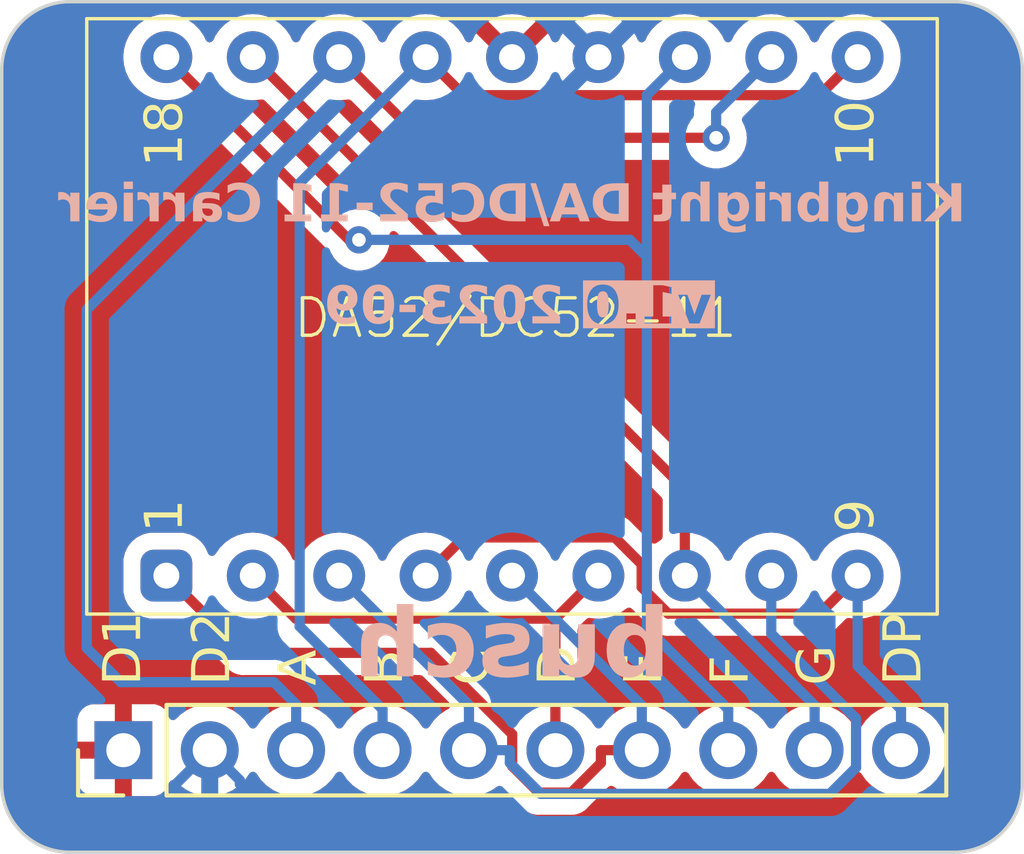
<source format=kicad_pcb>
(kicad_pcb (version 20221018) (generator pcbnew)
  (title_block (title "Kingbright DA/DC52-11 Carrier") (date "2023-09") (rev "v1.0"))
  (layers (0 "F.Cu" signal) (31 "B.Cu" signal) (34 "B.Paste" user) (35 "F.Paste" user) (36 "B.SilkS" user "B.Silkscreen") (37 "F.SilkS" user "F.Silkscreen") (38 "B.Mask" user) (39 "F.Mask" user) (44 "Edge.Cuts" user))
  (net 0 "")
  (net 1 "/DIG_1")
  (net 2 "/DIG_2")
  (net 3 "/A")
  (net 4 "/B")
  (net 5 "/C")
  (net 6 "/D")
  (net 7 "/E")
  (net 8 "/F")
  (net 9 "/G")
  (net 10 "/DP")
  (footprint "Connector_PinHeader_2.54mm:PinHeader_1x10_P2.54mm_Vertical" (layer "F.Cu") (at 102.575 92 90)
    (fp_text reference "J1" hide)
    (fp_text value "Conn_01x10_Pin" hide)
    (fp_line (start -1.33 -1.33) (end 0 -1.33) (stroke (width 0.12)) (layer "F.SilkS"))
    (fp_line (start -1.33 0) (end -1.33 -1.33) (stroke (width 0.12)) (layer "F.SilkS"))
    (fp_line (start -1.33 1.27) (end -1.33 24.19) (stroke (width 0.12)) (layer "F.SilkS"))
    (fp_line (start -1.33 1.27) (end 1.33 1.27) (stroke (width 0.12)) (layer "F.SilkS"))
    (fp_line (start -1.33 24.19) (end 1.33 24.19) (stroke (width 0.12)) (layer "F.SilkS"))
    (fp_line (start 1.33 1.27) (end 1.33 24.19) (stroke (width 0.12)) (layer "F.SilkS"))
    (pad "1" thru_hole rect (at 0 0 90) (size 1.7 1.7) (drill 1) (layers "*.Cu" "*.Mask") (net 1 "/DIG_1"))
    (pad "2" thru_hole oval (at 0 2.54 90) (size 1.7 1.7) (drill 1) (layers "*.Cu" "*.Mask") (net 2 "/DIG_2"))
    (pad "3" thru_hole oval (at 0 5.08 90) (size 1.7 1.7) (drill 1) (layers "*.Cu" "*.Mask") (net 3 "/A"))
    (pad "4" thru_hole oval (at 0 7.62 90) (size 1.7 1.7) (drill 1) (layers "*.Cu" "*.Mask") (net 4 "/B"))
    (pad "5" thru_hole oval (at 0 10.16 90) (size 1.7 1.7) (drill 1) (layers "*.Cu" "*.Mask") (net 5 "/C"))
    (pad "6" thru_hole oval (at 0 12.7 90) (size 1.7 1.7) (drill 1) (layers "*.Cu" "*.Mask") (net 6 "/D"))
    (pad "7" thru_hole oval (at 0 15.24 90) (size 1.7 1.7) (drill 1) (layers "*.Cu" "*.Mask") (net 7 "/E"))
    (pad "8" thru_hole oval (at 0 17.78 90) (size 1.7 1.7) (drill 1) (layers "*.Cu" "*.Mask") (net 8 "/F"))
    (pad "9" thru_hole oval (at 0 20.32 90) (size 1.7 1.7) (drill 1) (layers "*.Cu" "*.Mask") (net 9 "/G"))
    (pad "10" thru_hole oval (at 0 22.86 90) (size 1.7 1.7) (drill 1) (layers "*.Cu" "*.Mask") (net 10 "/DP"))
  )
  (footprint "HB-Custom-Parts:DC52-11GWA" (layer "F.Cu") (at 101.5 88)
    (fp_text reference "DA52/DC52-11" (at 12.6 -8.7 unlocked) (layer "F.SilkS") (effects (font (size 1.1 1.1) (thickness 0.1))))
    (fp_text value "DC52-11GWA" hide)
    (fp_text user "9" (at 22.66 -2.4 90 unlocked) (layer "F.SilkS") (effects (font (size 1.1 1.1) (thickness 0.1)) (justify left)))
    (fp_text user "18" (at 2.34 -15.1 90 unlocked) (layer "F.SilkS") (effects (font (size 1.1 1.1) (thickness 0.1)) (justify right)))
    (fp_text user "1" (at 2.34 -2.4 90 unlocked) (layer "F.SilkS") (effects (font (size 1.1 1.1) (thickness 0.1)) (justify left)))
    (fp_text user "10" (at 22.66 -15.1 90 unlocked) (layer "F.SilkS") (effects (font (size 1.1 1.1) (thickness 0.1)) (justify right)))
    (fp_line (start 0 -17.5) (end 25 -17.5) (stroke (width 0.1)) (layer "F.SilkS"))
    (fp_line (start 0 0) (end 0 -17.5) (stroke (width 0.1)) (layer "F.SilkS"))
    (fp_line (start 0 0) (end 25 0) (stroke (width 0.1)) (layer "F.SilkS"))
    (fp_line (start 25 -17.5) (end 25 0) (stroke (width 0.1)) (layer "F.SilkS"))
    (pad "1" thru_hole roundrect (at 2.34 -1.13) (size 1.524 1.524) (drill 0.762) (layers "*.Cu" "*.Mask") (net 7 "/E"))
    (pad "2" thru_hole circle (at 4.88 -1.13) (size 1.524 1.524) (drill 0.762) (layers "*.Cu" "*.Mask") (net 6 "/D"))
    (pad "3" thru_hole circle (at 7.42 -1.13) (size 1.524 1.524) (drill 0.762) (layers "*.Cu" "*.Mask") (net 5 "/C"))
    (pad "4" thru_hole circle (at 9.96 -1.13) (size 1.524 1.524) (drill 0.762) (layers "*.Cu" "*.Mask") (net 10 "/DP"))
    (pad "5" thru_hole circle (at 12.5 -1.13) (size 1.524 1.524) (drill 0.762) (layers "*.Cu" "*.Mask") (net 7 "/E"))
    (pad "6" thru_hole circle (at 15.04 -1.13) (size 1.524 1.524) (drill 0.762) (layers "*.Cu" "*.Mask") (net 6 "/D"))
    (pad "7" thru_hole circle (at 17.58 -1.13) (size 1.524 1.524) (drill 0.762) (layers "*.Cu" "*.Mask") (net 9 "/G"))
    (pad "8" thru_hole circle (at 20.12 -1.13) (size 1.524 1.524) (drill 0.762) (layers "*.Cu" "*.Mask") (net 5 "/C"))
    (pad "9" thru_hole circle (at 22.66 -1.13) (size 1.524 1.524) (drill 0.762) (layers "*.Cu" "*.Mask") (net 10 "/DP"))
    (pad "10" thru_hole circle (at 22.66 -16.37) (size 1.524 1.524) (drill 0.762) (layers "*.Cu" "*.Mask") (net 4 "/B"))
    (pad "11" thru_hole circle (at 20.12 -16.37) (size 1.524 1.524) (drill 0.762) (layers "*.Cu" "*.Mask") (net 3 "/A"))
    (pad "12" thru_hole circle (at 17.58 -16.37) (size 1.524 1.524) (drill 0.762) (layers "*.Cu" "*.Mask") (net 8 "/F"))
    (pad "13" thru_hole circle (at 15.04 -16.37) (size 1.524 1.524) (drill 0.762) (layers "*.Cu" "*.Mask") (net 2 "/DIG_2"))
    (pad "14" thru_hole circle (at 12.5 -16.37) (size 1.524 1.524) (drill 0.762) (layers "*.Cu" "*.Mask") (net 1 "/DIG_1"))
    (pad "15" thru_hole circle (at 9.96 -16.37) (size 1.524 1.524) (drill 0.762) (layers "*.Cu" "*.Mask") (net 4 "/B"))
    (pad "16" thru_hole circle (at 7.42 -16.37) (size 1.524 1.524) (drill 0.762) (layers "*.Cu" "*.Mask") (net 3 "/A"))
    (pad "17" thru_hole circle (at 4.88 -16.37) (size 1.524 1.524) (drill 0.762) (layers "*.Cu" "B.Mask") (net 9 "/G"))
    (pad "18" thru_hole circle (at 2.34 -16.37) (size 1.524 1.524) (drill 0.762) (layers "*.Cu" "*.Mask") (net 8 "/F"))
  )
  (gr_line (start 101 95) (end 127 95) (stroke (width 0.1)) (layer "Edge.Cuts"))
  (gr_line (start 99 72) (end 99 93) (stroke (width 0.1)) (layer "Edge.Cuts"))
  (gr_arc (start 129 93) (mid 128.414214 94.414214) (end 127 95) (stroke (width 0.1)) (layer "Edge.Cuts"))
  (gr_arc (start 127 70) (mid 128.414214 70.585786) (end 129 72) (stroke (width 0.1)) (layer "Edge.Cuts"))
  (gr_arc (start 101 95) (mid 99.585786 94.414214) (end 99 93) (stroke (width 0.1)) (layer "Edge.Cuts"))
  (gr_arc (start 99 72) (mid 99.585786 70.585786) (end 101 70) (stroke (width 0.1)) (layer "Edge.Cuts"))
  (gr_line (start 129 93) (end 129 72) (stroke (width 0.1)) (layer "Edge.Cuts"))
  (gr_line (start 101 70) (end 127 70) (stroke (width 0.1)) (layer "Edge.Cuts"))
  (gr_text "${REVISION}" (at 127.7 71.5 270) (layer "F.Cu") (effects (font (size 1 1) (thickness 0.2) bold) (justify left)))
  (gr_text "${TITLE}" (at 114 76) (layer "B.SilkS") (effects (font (size 1.1 1.1) (thickness 0.2) bold) (justify mirror)))
  (gr_text "${REVISION}" (at 118 79) (layer "B.SilkS" knockout) (effects (font (size 1.1 1.1) (thickness 0.2) bold) (justify mirror)))
  (gr_text "busch" (at 114 89) (layer "B.SilkS") (effects (font (size 2 2) (thickness 0.3) bold) (justify mirror)))
  (gr_text "${ISSUE_DATE}" (at 112 79) (layer "B.SilkS") (effects (font (size 1.1 1.1) (thickness 0.2) bold) (justify mirror)))
  (gr_text "C" (at 112.848 90.1 90) (layer "F.SilkS") (effects (font (size 1.1 1.1)) (justify left)))
  (gr_text "E" (at 117.928 90.1 90) (layer "F.SilkS") (effects (font (size 1.1 1.1)) (justify left)))
  (gr_text "DP" (at 125.548 90.1 90) (layer "F.SilkS") (effects (font (size 1.1 1.1)) (justify left)))
  (gr_text "D1" (at 102.6118 90.1 90) (layer "F.SilkS") (effects (font (size 1.1 1.1)) (justify left)))
  (gr_text "G" (at 123.008 90.1 90) (layer "F.SilkS") (effects (font (size 1.1 1.1)) (justify left)))
  (gr_text "D" (at 115.388 90.1 90) (layer "F.SilkS") (effects (font (size 1.1 1.1)) (justify left)))
  (gr_text "B" (at 110.308 90.1 90) (layer "F.SilkS") (effects (font (size 1.1 1.1)) (justify left)))
  (gr_text "D2" (at 105.228 90.1 90) (layer "F.SilkS") (effects (font (size 1.1 1.1)) (justify left)))
  (gr_text "F" (at 120.468 90.1 90) (layer "F.SilkS") (effects (font (size 1.1 1.1)) (justify left)))
  (gr_text "A" (at 107.768 90.1 90) (layer "F.SilkS") (effects (font (size 1.1 1.1)) (justify left)))
  (segment (start 105.115 92) (end 106 92.885) (width 0.3) (layer "B.Cu") (net 2))
  (segment (start 106 92.885) (end 106 93) (width 0.3) (layer "B.Cu") (net 2))
  (segment (start 104 93.115) (end 105.115 92) (width 0.3) (layer "B.Cu") (net 2))
  (segment (start 104 93.115) (end 104 93.5) (width 0.3) (layer "B.Cu") (net 2))
  (segment (start 108.92 71.63) (end 111.29 74) (width 0.3) (layer "F.Cu") (net 3))
  (segment (start 111.29 74) (end 120 74) (width 0.3) (layer "F.Cu") (net 3))
  (via (at 120 74) (size 0.8) (drill 0.4) (layers "F.Cu" "B.Cu") (net 3))
  (segment (start 120 74) (end 120 73.25) (width 0.3) (layer "B.Cu") (net 3))
  (segment (start 102.5 90) (end 101.5 89) (width 0.3) (layer "B.Cu") (net 3))
  (segment (start 120 73.25) (end 121.62 71.63) (width 0.3) (layer "B.Cu") (net 3))
  (segment (start 107.655 90.655) (end 107 90) (width 0.3) (layer "B.Cu") (net 3))
  (segment (start 107 90) (end 102.5 90) (width 0.3) (layer "B.Cu") (net 3))
  (segment (start 101.5 89) (end 101.5 79.05) (width 0.3) (layer "B.Cu") (net 3))
  (segment (start 101.5 79.05) (end 108.92 71.63) (width 0.3) (layer "B.Cu") (net 3))
  (segment (start 107.655 92) (end 107.655 90.655) (width 0.3) (layer "B.Cu") (net 3))
  (segment (start 123.0422 72.7478) (end 112.5778 72.7478) (width 0.3) (layer "F.Cu") (net 4))
  (segment (start 112.5778 72.7478) (end 111.46 71.63) (width 0.3) (layer "F.Cu") (net 4))
  (segment (start 124.16 71.63) (end 123.0422 72.7478) (width 0.3) (layer "F.Cu") (net 4))
  (segment (start 110.195 92) (end 110.195 90.7981) (width 0.3) (layer "B.Cu") (net 4))
  (segment (start 110.195 90.7981) (end 107.7582 88.3613) (width 0.3) (layer "B.Cu") (net 4))
  (segment (start 107.7582 75.3318) (end 111.46 71.63) (width 0.3) (layer "B.Cu") (net 4))
  (segment (start 107.7582 88.3613) (end 107.7582 75.3318) (width 0.3) (layer "B.Cu") (net 4))
  (segment (start 124.1124 92.5123) (end 123.3402 93.2845) (width 0.3) (layer "B.Cu") (net 5))
  (segment (start 112.735 92) (end 113.9369 92) (width 0.3) (layer "B.Cu") (net 5))
  (segment (start 112.735 90.685) (end 108.92 86.87) (width 0.3) (layer "B.Cu") (net 5))
  (segment (start 123.3402 93.2845) (end 114.8478 93.2845) (width 0.3) (layer "B.Cu") (net 5))
  (segment (start 121.62 86.87) (end 121.62 88.5745) (width 0.3) (layer "B.Cu") (net 5))
  (segment (start 112.735 92) (end 112.735 90.685) (width 0.3) (layer "B.Cu") (net 5))
  (segment (start 113.9369 92.3736) (end 113.9369 92) (width 0.3) (layer "B.Cu") (net 5))
  (segment (start 124.1124 91.0669) (end 124.1124 92.5123) (width 0.3) (layer "B.Cu") (net 5))
  (segment (start 121.62 88.5745) (end 124.1124 91.0669) (width 0.3) (layer "B.Cu") (net 5))
  (segment (start 114.8478 93.2845) (end 113.9369 92.3736) (width 0.3) (layer "B.Cu") (net 5))
  (segment (start 115.275 92) (end 115.275 88.135) (width 0.3) (layer "F.Cu") (net 6))
  (segment (start 115.275 88.135) (end 107.645 88.135) (width 0.3) (layer "F.Cu") (net 6))
  (segment (start 115.275 88.135) (end 116.54 86.87) (width 0.3) (layer "F.Cu") (net 6))
  (segment (start 107.645 88.135) (end 106.38 86.87) (width 0.3) (layer "F.Cu") (net 6))
  (segment (start 117.815 92) (end 116.6131 92) (width 0.3) (layer "F.Cu") (net 7))
  (segment (start 106.1097 89.1397) (end 103.84 86.87) (width 0.3) (layer "F.Cu") (net 7))
  (segment (start 114.005 91.5294) (end 111.6153 89.1397) (width 0.3) (layer "F.Cu") (net 7))
  (segment (start 116.6131 92) (end 116.6131 92.3756) (width 0.3) (layer "F.Cu") (net 7))
  (segment (start 116.6131 92.3756) (end 115.7412 93.2475) (width 0.3) (layer "F.Cu") (net 7))
  (segment (start 114.005 92.4677) (end 114.005 91.5294) (width 0.3) (layer "F.Cu") (net 7))
  (segment (start 115.7412 93.2475) (end 114.7848 93.2475) (width 0.3) (layer "F.Cu") (net 7))
  (segment (start 111.6153 89.1397) (end 106.1097 89.1397) (width 0.3) (layer "F.Cu") (net 7))
  (segment (start 114.7848 93.2475) (end 114.005 92.4677) (width 0.3) (layer "F.Cu") (net 7))
  (segment (start 117.815 90.685) (end 114 86.87) (width 0.3) (layer "B.Cu") (net 7))
  (segment (start 117.815 92) (end 117.815 90.685) (width 0.3) (layer "B.Cu") (net 7))
  (segment (start 103.84 71.63) (end 109.21 77) (width 0.3) (layer "F.Cu") (net 8))
  (segment (start 109.21 77) (end 109.5 77) (width 0.3) (layer "F.Cu") (net 8))
  (via (at 109.5 77) (size 0.8) (drill 0.4) (layers "F.Cu" "B.Cu") (net 8))
  (segment (start 120.355 92) (end 120.355 90.7981) (width 0.3) (layer "B.Cu") (net 8))
  (segment (start 117.9638 72.7462) (end 119.08 71.63) (width 0.3) (layer "B.Cu") (net 8))
  (segment (start 117.9638 77.5) (end 117.9638 72.7462) (width 0.3) (layer "B.Cu") (net 8))
  (segment (start 117.4638 77) (end 117.9638 77.5) (width 0.3) (layer "B.Cu") (net 8))
  (segment (start 120.355 90.7981) (end 117.9638 88.4069) (width 0.3) (layer "B.Cu") (net 8))
  (segment (start 109.5 77) (end 117.4638 77) (width 0.3) (layer "B.Cu") (net 8))
  (segment (start 117.9638 88.4069) (end 117.9638 77.5) (width 0.3) (layer "B.Cu") (net 8))
  (segment (start 106.38 71.63) (end 119.08 84.33) (width 0.3) (layer "F.Cu") (net 9))
  (segment (start 119.08 84.33) (end 119.08 86.87) (width 0.3) (layer "F.Cu") (net 9))
  (segment (start 122.895 92) (end 122.895 90.685) (width 0.3) (layer "B.Cu") (net 9))
  (segment (start 122.895 90.685) (end 119.08 86.87) (width 0.3) (layer "B.Cu") (net 9))
  (segment (start 118.5901 87.9869) (end 117.81 87.2068) (width 0.3) (layer "F.Cu") (net 10))
  (segment (start 124.16 86.87) (end 123.0431 87.9869) (width 0.3) (layer "F.Cu") (net 10))
  (segment (start 123.0431 87.9869) (end 118.5901 87.9869) (width 0.3) (layer "F.Cu") (net 10))
  (segment (start 117.81 86.5352) (end 117.0214 85.7466) (width 0.3) (layer "F.Cu") (net 10))
  (segment (start 112.5834 85.7466) (end 111.46 86.87) (width 0.3) (layer "F.Cu") (net 10))
  (segment (start 117.0214 85.7466) (end 112.5834 85.7466) (width 0.3) (layer "F.Cu") (net 10))
  (segment (start 117.81 87.2068) (end 117.81 86.5352) (width 0.3) (layer "F.Cu") (net 10))
  (segment (start 124.16 89.5231) (end 124.16 86.87) (width 0.3) (layer "B.Cu") (net 10))
  (segment (start 125.435 92) (end 125.435 90.7981) (width 0.3) (layer "B.Cu") (net 10))
  (segment (start 125.435 90.7981) (end 124.16 89.5231) (width 0.3) (layer "B.Cu") (net 10))
  (zone (net 1) (net_name "/DIG_1") (layer "F.Cu") (connect_pads (clearance 0.5)) (min_thickness 0.25) (fill yes (thermal_gap 0.5) (thermal_bridge_width 0.5) (island_removal_mode 1) (island_area_min 10))
    (polygon (pts (xy 99 70) (xy 129 70) (xy 129 95) (xy 99 95)))
  )
  (zone (net 2) (net_name "/DIG_2") (layer "B.Cu") (priority 1) (connect_pads (clearance 0.5)) (min_thickness 0.25) (fill yes (thermal_gap 0.5) (thermal_bridge_width 0.5) (island_removal_mode 1) (island_area_min 10))
    (polygon (pts (xy 99 70) (xy 129 70) (xy 129 95) (xy 99 95)))
  )
)
</source>
